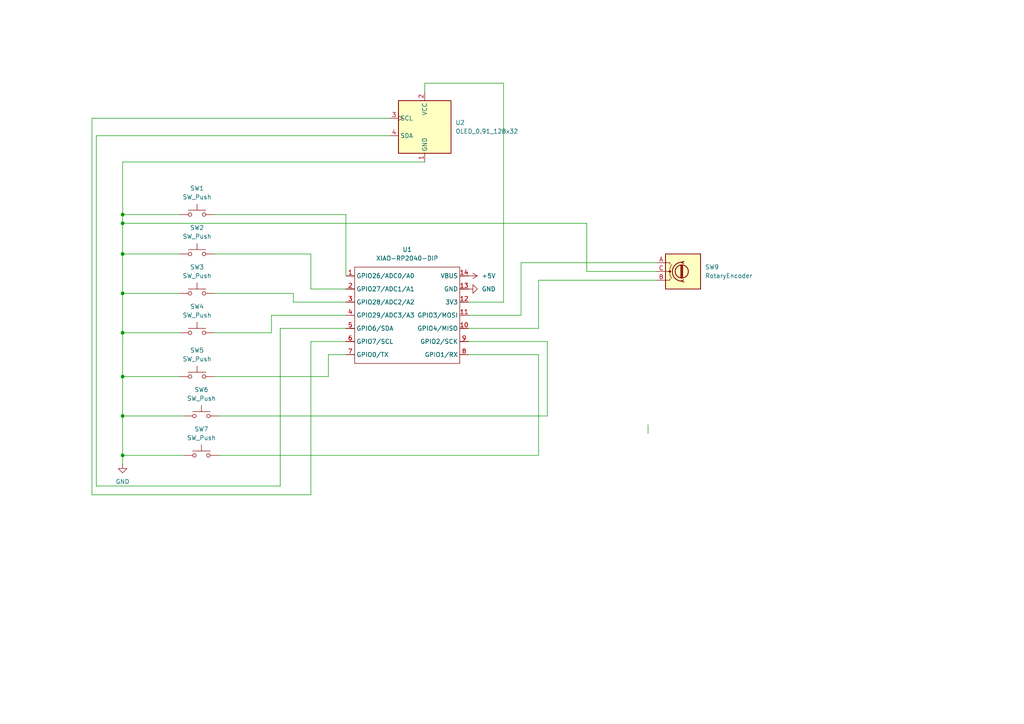
<source format=kicad_sch>
(kicad_sch
	(version 20250114)
	(generator "eeschema")
	(generator_version "9.0")
	(uuid "98633dd9-321c-4385-af88-f5a7c31693f7")
	(paper "A4")
	(lib_symbols
		(symbol "Device:RotaryEncoder"
			(pin_names
				(offset 0.254)
				(hide yes)
			)
			(exclude_from_sim no)
			(in_bom yes)
			(on_board yes)
			(property "Reference" "SW"
				(at 0 6.604 0)
				(effects
					(font
						(size 1.27 1.27)
					)
				)
			)
			(property "Value" "RotaryEncoder"
				(at 0 -6.604 0)
				(effects
					(font
						(size 1.27 1.27)
					)
				)
			)
			(property "Footprint" ""
				(at -3.81 4.064 0)
				(effects
					(font
						(size 1.27 1.27)
					)
					(hide yes)
				)
			)
			(property "Datasheet" "~"
				(at 0 6.604 0)
				(effects
					(font
						(size 1.27 1.27)
					)
					(hide yes)
				)
			)
			(property "Description" "Rotary encoder, dual channel, incremental quadrate outputs"
				(at 0 0 0)
				(effects
					(font
						(size 1.27 1.27)
					)
					(hide yes)
				)
			)
			(property "ki_keywords" "rotary switch encoder"
				(at 0 0 0)
				(effects
					(font
						(size 1.27 1.27)
					)
					(hide yes)
				)
			)
			(property "ki_fp_filters" "RotaryEncoder*"
				(at 0 0 0)
				(effects
					(font
						(size 1.27 1.27)
					)
					(hide yes)
				)
			)
			(symbol "RotaryEncoder_0_1"
				(rectangle
					(start -5.08 5.08)
					(end 5.08 -5.08)
					(stroke
						(width 0.254)
						(type default)
					)
					(fill
						(type background)
					)
				)
				(polyline
					(pts
						(xy -5.08 2.54) (xy -3.81 2.54) (xy -3.81 2.032)
					)
					(stroke
						(width 0)
						(type default)
					)
					(fill
						(type none)
					)
				)
				(polyline
					(pts
						(xy -5.08 0) (xy -3.81 0) (xy -3.81 -1.016) (xy -3.302 -2.032)
					)
					(stroke
						(width 0)
						(type default)
					)
					(fill
						(type none)
					)
				)
				(polyline
					(pts
						(xy -5.08 -2.54) (xy -3.81 -2.54) (xy -3.81 -2.032)
					)
					(stroke
						(width 0)
						(type default)
					)
					(fill
						(type none)
					)
				)
				(polyline
					(pts
						(xy -4.318 0) (xy -3.81 0) (xy -3.81 1.016) (xy -3.302 2.032)
					)
					(stroke
						(width 0)
						(type default)
					)
					(fill
						(type none)
					)
				)
				(circle
					(center -3.81 0)
					(radius 0.254)
					(stroke
						(width 0)
						(type default)
					)
					(fill
						(type outline)
					)
				)
				(polyline
					(pts
						(xy -0.635 -1.778) (xy -0.635 1.778)
					)
					(stroke
						(width 0.254)
						(type default)
					)
					(fill
						(type none)
					)
				)
				(circle
					(center -0.381 0)
					(radius 1.905)
					(stroke
						(width 0.254)
						(type default)
					)
					(fill
						(type none)
					)
				)
				(polyline
					(pts
						(xy -0.381 -1.778) (xy -0.381 1.778)
					)
					(stroke
						(width 0.254)
						(type default)
					)
					(fill
						(type none)
					)
				)
				(arc
					(start -0.381 -2.794)
					(mid -3.0988 -0.0635)
					(end -0.381 2.667)
					(stroke
						(width 0.254)
						(type default)
					)
					(fill
						(type none)
					)
				)
				(polyline
					(pts
						(xy -0.127 1.778) (xy -0.127 -1.778)
					)
					(stroke
						(width 0.254)
						(type default)
					)
					(fill
						(type none)
					)
				)
				(polyline
					(pts
						(xy 0.254 2.921) (xy -0.508 2.667) (xy 0.127 2.286)
					)
					(stroke
						(width 0.254)
						(type default)
					)
					(fill
						(type none)
					)
				)
				(polyline
					(pts
						(xy 0.254 -3.048) (xy -0.508 -2.794) (xy 0.127 -2.413)
					)
					(stroke
						(width 0.254)
						(type default)
					)
					(fill
						(type none)
					)
				)
			)
			(symbol "RotaryEncoder_1_1"
				(pin passive line
					(at -7.62 2.54 0)
					(length 2.54)
					(name "A"
						(effects
							(font
								(size 1.27 1.27)
							)
						)
					)
					(number "A"
						(effects
							(font
								(size 1.27 1.27)
							)
						)
					)
				)
				(pin passive line
					(at -7.62 0 0)
					(length 2.54)
					(name "C"
						(effects
							(font
								(size 1.27 1.27)
							)
						)
					)
					(number "C"
						(effects
							(font
								(size 1.27 1.27)
							)
						)
					)
				)
				(pin passive line
					(at -7.62 -2.54 0)
					(length 2.54)
					(name "B"
						(effects
							(font
								(size 1.27 1.27)
							)
						)
					)
					(number "B"
						(effects
							(font
								(size 1.27 1.27)
							)
						)
					)
				)
			)
			(embedded_fonts no)
		)
		(symbol "HackClub LIB:OLED_0.91_128x32"
			(exclude_from_sim no)
			(in_bom yes)
			(on_board yes)
			(property "Reference" "U"
				(at 0 0 0)
				(effects
					(font
						(size 1.27 1.27)
					)
				)
			)
			(property "Value" "OLED_0.91_128x32"
				(at 14.224 -10.668 0)
				(effects
					(font
						(size 1.27 1.27)
					)
				)
			)
			(property "Footprint" "Hackclub Footprints:OLED_0.91_128x32"
				(at 18.034 -12.7 0)
				(effects
					(font
						(size 1.27 1.27)
					)
					(hide yes)
				)
			)
			(property "Datasheet" "https://www.buydisplay.com/download/manual/ER-OLEDM0.91-1_Datasheet.pdf"
				(at 42.672 -14.732 0)
				(effects
					(font
						(size 1.27 1.27)
					)
					(hide yes)
				)
			)
			(property "Description" "SSD1306 OLED module, 0.91 inch, 128x32, I2C"
				(at 26.67 -16.764 0)
				(effects
					(font
						(size 1.27 1.27)
					)
					(hide yes)
				)
			)
			(property "ki_keywords" "EastRising"
				(at 0 0 0)
				(effects
					(font
						(size 1.27 1.27)
					)
					(hide yes)
				)
			)
			(property "ki_fp_filters" "ER?OLEDM0.91?1x?I2C*"
				(at 0 0 0)
				(effects
					(font
						(size 1.27 1.27)
					)
					(hide yes)
				)
			)
			(symbol "OLED_0.91_128x32_1_1"
				(rectangle
					(start -7.62 7.62)
					(end 7.62 -7.62)
					(stroke
						(width 0.254)
						(type solid)
					)
					(fill
						(type background)
					)
				)
				(pin input clock
					(at -10.16 2.54 0)
					(length 2.54)
					(name "SCL"
						(effects
							(font
								(size 1.27 1.27)
							)
						)
					)
					(number "3"
						(effects
							(font
								(size 1.27 1.27)
							)
						)
					)
				)
				(pin bidirectional line
					(at -10.16 -2.54 0)
					(length 2.54)
					(name "SDA"
						(effects
							(font
								(size 1.27 1.27)
							)
						)
					)
					(number "4"
						(effects
							(font
								(size 1.27 1.27)
							)
						)
					)
				)
				(pin power_in line
					(at 0 10.16 270)
					(length 2.54)
					(name "VCC"
						(effects
							(font
								(size 1.27 1.27)
							)
						)
					)
					(number "2"
						(effects
							(font
								(size 1.27 1.27)
							)
						)
					)
				)
				(pin power_in line
					(at 0 -10.16 90)
					(length 2.54)
					(name "GND"
						(effects
							(font
								(size 1.27 1.27)
							)
						)
					)
					(number "1"
						(effects
							(font
								(size 1.27 1.27)
							)
						)
					)
				)
			)
			(embedded_fonts no)
		)
		(symbol "OPL Library:XIAO-RP2040-DIP"
			(exclude_from_sim no)
			(in_bom yes)
			(on_board yes)
			(property "Reference" "U"
				(at 0 0 0)
				(effects
					(font
						(size 1.27 1.27)
					)
				)
			)
			(property "Value" "XIAO-RP2040-DIP"
				(at 5.334 -1.778 0)
				(effects
					(font
						(size 1.27 1.27)
					)
				)
			)
			(property "Footprint" "Module:MOUDLE14P-XIAO-DIP-SMD"
				(at 14.478 -32.258 0)
				(effects
					(font
						(size 1.27 1.27)
					)
					(hide yes)
				)
			)
			(property "Datasheet" ""
				(at 0 0 0)
				(effects
					(font
						(size 1.27 1.27)
					)
					(hide yes)
				)
			)
			(property "Description" ""
				(at 0 0 0)
				(effects
					(font
						(size 1.27 1.27)
					)
					(hide yes)
				)
			)
			(symbol "XIAO-RP2040-DIP_1_0"
				(polyline
					(pts
						(xy -1.27 -2.54) (xy 29.21 -2.54)
					)
					(stroke
						(width 0.1524)
						(type solid)
					)
					(fill
						(type none)
					)
				)
				(polyline
					(pts
						(xy -1.27 -5.08) (xy -2.54 -5.08)
					)
					(stroke
						(width 0.1524)
						(type solid)
					)
					(fill
						(type none)
					)
				)
				(polyline
					(pts
						(xy -1.27 -5.08) (xy -1.27 -2.54)
					)
					(stroke
						(width 0.1524)
						(type solid)
					)
					(fill
						(type none)
					)
				)
				(polyline
					(pts
						(xy -1.27 -8.89) (xy -2.54 -8.89)
					)
					(stroke
						(width 0.1524)
						(type solid)
					)
					(fill
						(type none)
					)
				)
				(polyline
					(pts
						(xy -1.27 -8.89) (xy -1.27 -5.08)
					)
					(stroke
						(width 0.1524)
						(type solid)
					)
					(fill
						(type none)
					)
				)
				(polyline
					(pts
						(xy -1.27 -12.7) (xy -2.54 -12.7)
					)
					(stroke
						(width 0.1524)
						(type solid)
					)
					(fill
						(type none)
					)
				)
				(polyline
					(pts
						(xy -1.27 -12.7) (xy -1.27 -8.89)
					)
					(stroke
						(width 0.1524)
						(type solid)
					)
					(fill
						(type none)
					)
				)
				(polyline
					(pts
						(xy -1.27 -16.51) (xy -2.54 -16.51)
					)
					(stroke
						(width 0.1524)
						(type solid)
					)
					(fill
						(type none)
					)
				)
				(polyline
					(pts
						(xy -1.27 -16.51) (xy -1.27 -12.7)
					)
					(stroke
						(width 0.1524)
						(type solid)
					)
					(fill
						(type none)
					)
				)
				(polyline
					(pts
						(xy -1.27 -20.32) (xy -2.54 -20.32)
					)
					(stroke
						(width 0.1524)
						(type solid)
					)
					(fill
						(type none)
					)
				)
				(polyline
					(pts
						(xy -1.27 -24.13) (xy -2.54 -24.13)
					)
					(stroke
						(width 0.1524)
						(type solid)
					)
					(fill
						(type none)
					)
				)
				(polyline
					(pts
						(xy -1.27 -27.94) (xy -2.54 -27.94)
					)
					(stroke
						(width 0.1524)
						(type solid)
					)
					(fill
						(type none)
					)
				)
				(polyline
					(pts
						(xy -1.27 -30.48) (xy -1.27 -16.51)
					)
					(stroke
						(width 0.1524)
						(type solid)
					)
					(fill
						(type none)
					)
				)
				(polyline
					(pts
						(xy 29.21 -2.54) (xy 29.21 -5.08)
					)
					(stroke
						(width 0.1524)
						(type solid)
					)
					(fill
						(type none)
					)
				)
				(polyline
					(pts
						(xy 29.21 -5.08) (xy 29.21 -8.89)
					)
					(stroke
						(width 0.1524)
						(type solid)
					)
					(fill
						(type none)
					)
				)
				(polyline
					(pts
						(xy 29.21 -8.89) (xy 29.21 -12.7)
					)
					(stroke
						(width 0.1524)
						(type solid)
					)
					(fill
						(type none)
					)
				)
				(polyline
					(pts
						(xy 29.21 -12.7) (xy 29.21 -30.48)
					)
					(stroke
						(width 0.1524)
						(type solid)
					)
					(fill
						(type none)
					)
				)
				(polyline
					(pts
						(xy 29.21 -30.48) (xy -1.27 -30.48)
					)
					(stroke
						(width 0.1524)
						(type solid)
					)
					(fill
						(type none)
					)
				)
				(polyline
					(pts
						(xy 30.48 -5.08) (xy 29.21 -5.08)
					)
					(stroke
						(width 0.1524)
						(type solid)
					)
					(fill
						(type none)
					)
				)
				(polyline
					(pts
						(xy 30.48 -8.89) (xy 29.21 -8.89)
					)
					(stroke
						(width 0.1524)
						(type solid)
					)
					(fill
						(type none)
					)
				)
				(polyline
					(pts
						(xy 30.48 -12.7) (xy 29.21 -12.7)
					)
					(stroke
						(width 0.1524)
						(type solid)
					)
					(fill
						(type none)
					)
				)
				(polyline
					(pts
						(xy 30.48 -16.51) (xy 29.21 -16.51)
					)
					(stroke
						(width 0.1524)
						(type solid)
					)
					(fill
						(type none)
					)
				)
				(polyline
					(pts
						(xy 30.48 -20.32) (xy 29.21 -20.32)
					)
					(stroke
						(width 0.1524)
						(type solid)
					)
					(fill
						(type none)
					)
				)
				(polyline
					(pts
						(xy 30.48 -24.13) (xy 29.21 -24.13)
					)
					(stroke
						(width 0.1524)
						(type solid)
					)
					(fill
						(type none)
					)
				)
				(polyline
					(pts
						(xy 30.48 -27.94) (xy 29.21 -27.94)
					)
					(stroke
						(width 0.1524)
						(type solid)
					)
					(fill
						(type none)
					)
				)
				(pin passive line
					(at -3.81 -5.08 0)
					(length 2.54)
					(name "GPIO26/ADC0/A0"
						(effects
							(font
								(size 1.27 1.27)
							)
						)
					)
					(number "1"
						(effects
							(font
								(size 1.27 1.27)
							)
						)
					)
				)
				(pin passive line
					(at -3.81 -8.89 0)
					(length 2.54)
					(name "GPIO27/ADC1/A1"
						(effects
							(font
								(size 1.27 1.27)
							)
						)
					)
					(number "2"
						(effects
							(font
								(size 1.27 1.27)
							)
						)
					)
				)
				(pin passive line
					(at -3.81 -12.7 0)
					(length 2.54)
					(name "GPIO28/ADC2/A2"
						(effects
							(font
								(size 1.27 1.27)
							)
						)
					)
					(number "3"
						(effects
							(font
								(size 1.27 1.27)
							)
						)
					)
				)
				(pin passive line
					(at -3.81 -16.51 0)
					(length 2.54)
					(name "GPIO29/ADC3/A3"
						(effects
							(font
								(size 1.27 1.27)
							)
						)
					)
					(number "4"
						(effects
							(font
								(size 1.27 1.27)
							)
						)
					)
				)
				(pin passive line
					(at -3.81 -20.32 0)
					(length 2.54)
					(name "GPIO6/SDA"
						(effects
							(font
								(size 1.27 1.27)
							)
						)
					)
					(number "5"
						(effects
							(font
								(size 1.27 1.27)
							)
						)
					)
				)
				(pin passive line
					(at -3.81 -24.13 0)
					(length 2.54)
					(name "GPIO7/SCL"
						(effects
							(font
								(size 1.27 1.27)
							)
						)
					)
					(number "6"
						(effects
							(font
								(size 1.27 1.27)
							)
						)
					)
				)
				(pin passive line
					(at -3.81 -27.94 0)
					(length 2.54)
					(name "GPIO0/TX"
						(effects
							(font
								(size 1.27 1.27)
							)
						)
					)
					(number "7"
						(effects
							(font
								(size 1.27 1.27)
							)
						)
					)
				)
				(pin passive line
					(at 31.75 -5.08 180)
					(length 2.54)
					(name "VBUS"
						(effects
							(font
								(size 1.27 1.27)
							)
						)
					)
					(number "14"
						(effects
							(font
								(size 1.27 1.27)
							)
						)
					)
				)
				(pin passive line
					(at 31.75 -8.89 180)
					(length 2.54)
					(name "GND"
						(effects
							(font
								(size 1.27 1.27)
							)
						)
					)
					(number "13"
						(effects
							(font
								(size 1.27 1.27)
							)
						)
					)
				)
				(pin passive line
					(at 31.75 -12.7 180)
					(length 2.54)
					(name "3V3"
						(effects
							(font
								(size 1.27 1.27)
							)
						)
					)
					(number "12"
						(effects
							(font
								(size 1.27 1.27)
							)
						)
					)
				)
				(pin passive line
					(at 31.75 -16.51 180)
					(length 2.54)
					(name "GPIO3/MOSI"
						(effects
							(font
								(size 1.27 1.27)
							)
						)
					)
					(number "11"
						(effects
							(font
								(size 1.27 1.27)
							)
						)
					)
				)
				(pin passive line
					(at 31.75 -20.32 180)
					(length 2.54)
					(name "GPIO4/MISO"
						(effects
							(font
								(size 1.27 1.27)
							)
						)
					)
					(number "10"
						(effects
							(font
								(size 1.27 1.27)
							)
						)
					)
				)
				(pin passive line
					(at 31.75 -24.13 180)
					(length 2.54)
					(name "GPIO2/SCK"
						(effects
							(font
								(size 1.27 1.27)
							)
						)
					)
					(number "9"
						(effects
							(font
								(size 1.27 1.27)
							)
						)
					)
				)
				(pin passive line
					(at 31.75 -27.94 180)
					(length 2.54)
					(name "GPIO1/RX"
						(effects
							(font
								(size 1.27 1.27)
							)
						)
					)
					(number "8"
						(effects
							(font
								(size 1.27 1.27)
							)
						)
					)
				)
			)
			(embedded_fonts no)
		)
		(symbol "Switch:SW_Push"
			(pin_numbers
				(hide yes)
			)
			(pin_names
				(offset 1.016)
				(hide yes)
			)
			(exclude_from_sim no)
			(in_bom yes)
			(on_board yes)
			(property "Reference" "SW"
				(at 1.27 2.54 0)
				(effects
					(font
						(size 1.27 1.27)
					)
					(justify left)
				)
			)
			(property "Value" "SW_Push"
				(at 0 -1.524 0)
				(effects
					(font
						(size 1.27 1.27)
					)
				)
			)
			(property "Footprint" ""
				(at 0 5.08 0)
				(effects
					(font
						(size 1.27 1.27)
					)
					(hide yes)
				)
			)
			(property "Datasheet" "~"
				(at 0 5.08 0)
				(effects
					(font
						(size 1.27 1.27)
					)
					(hide yes)
				)
			)
			(property "Description" "Push button switch, generic, two pins"
				(at 0 0 0)
				(effects
					(font
						(size 1.27 1.27)
					)
					(hide yes)
				)
			)
			(property "ki_keywords" "switch normally-open pushbutton push-button"
				(at 0 0 0)
				(effects
					(font
						(size 1.27 1.27)
					)
					(hide yes)
				)
			)
			(symbol "SW_Push_0_1"
				(circle
					(center -2.032 0)
					(radius 0.508)
					(stroke
						(width 0)
						(type default)
					)
					(fill
						(type none)
					)
				)
				(polyline
					(pts
						(xy 0 1.27) (xy 0 3.048)
					)
					(stroke
						(width 0)
						(type default)
					)
					(fill
						(type none)
					)
				)
				(circle
					(center 2.032 0)
					(radius 0.508)
					(stroke
						(width 0)
						(type default)
					)
					(fill
						(type none)
					)
				)
				(polyline
					(pts
						(xy 2.54 1.27) (xy -2.54 1.27)
					)
					(stroke
						(width 0)
						(type default)
					)
					(fill
						(type none)
					)
				)
				(pin passive line
					(at -5.08 0 0)
					(length 2.54)
					(name "1"
						(effects
							(font
								(size 1.27 1.27)
							)
						)
					)
					(number "1"
						(effects
							(font
								(size 1.27 1.27)
							)
						)
					)
				)
				(pin passive line
					(at 5.08 0 180)
					(length 2.54)
					(name "2"
						(effects
							(font
								(size 1.27 1.27)
							)
						)
					)
					(number "2"
						(effects
							(font
								(size 1.27 1.27)
							)
						)
					)
				)
			)
			(embedded_fonts no)
		)
		(symbol "power:+5V"
			(power)
			(pin_numbers
				(hide yes)
			)
			(pin_names
				(offset 0)
				(hide yes)
			)
			(exclude_from_sim no)
			(in_bom yes)
			(on_board yes)
			(property "Reference" "#PWR"
				(at 0 -3.81 0)
				(effects
					(font
						(size 1.27 1.27)
					)
					(hide yes)
				)
			)
			(property "Value" "+5V"
				(at 0 3.556 0)
				(effects
					(font
						(size 1.27 1.27)
					)
				)
			)
			(property "Footprint" ""
				(at 0 0 0)
				(effects
					(font
						(size 1.27 1.27)
					)
					(hide yes)
				)
			)
			(property "Datasheet" ""
				(at 0 0 0)
				(effects
					(font
						(size 1.27 1.27)
					)
					(hide yes)
				)
			)
			(property "Description" "Power symbol creates a global label with name \"+5V\""
				(at 0 0 0)
				(effects
					(font
						(size 1.27 1.27)
					)
					(hide yes)
				)
			)
			(property "ki_keywords" "global power"
				(at 0 0 0)
				(effects
					(font
						(size 1.27 1.27)
					)
					(hide yes)
				)
			)
			(symbol "+5V_0_1"
				(polyline
					(pts
						(xy -0.762 1.27) (xy 0 2.54)
					)
					(stroke
						(width 0)
						(type default)
					)
					(fill
						(type none)
					)
				)
				(polyline
					(pts
						(xy 0 2.54) (xy 0.762 1.27)
					)
					(stroke
						(width 0)
						(type default)
					)
					(fill
						(type none)
					)
				)
				(polyline
					(pts
						(xy 0 0) (xy 0 2.54)
					)
					(stroke
						(width 0)
						(type default)
					)
					(fill
						(type none)
					)
				)
			)
			(symbol "+5V_1_1"
				(pin power_in line
					(at 0 0 90)
					(length 0)
					(name "~"
						(effects
							(font
								(size 1.27 1.27)
							)
						)
					)
					(number "1"
						(effects
							(font
								(size 1.27 1.27)
							)
						)
					)
				)
			)
			(embedded_fonts no)
		)
		(symbol "power:GND"
			(power)
			(pin_numbers
				(hide yes)
			)
			(pin_names
				(offset 0)
				(hide yes)
			)
			(exclude_from_sim no)
			(in_bom yes)
			(on_board yes)
			(property "Reference" "#PWR"
				(at 0 -6.35 0)
				(effects
					(font
						(size 1.27 1.27)
					)
					(hide yes)
				)
			)
			(property "Value" "GND"
				(at 0 -3.81 0)
				(effects
					(font
						(size 1.27 1.27)
					)
				)
			)
			(property "Footprint" ""
				(at 0 0 0)
				(effects
					(font
						(size 1.27 1.27)
					)
					(hide yes)
				)
			)
			(property "Datasheet" ""
				(at 0 0 0)
				(effects
					(font
						(size 1.27 1.27)
					)
					(hide yes)
				)
			)
			(property "Description" "Power symbol creates a global label with name \"GND\" , ground"
				(at 0 0 0)
				(effects
					(font
						(size 1.27 1.27)
					)
					(hide yes)
				)
			)
			(property "ki_keywords" "global power"
				(at 0 0 0)
				(effects
					(font
						(size 1.27 1.27)
					)
					(hide yes)
				)
			)
			(symbol "GND_0_1"
				(polyline
					(pts
						(xy 0 0) (xy 0 -1.27) (xy 1.27 -1.27) (xy 0 -2.54) (xy -1.27 -1.27) (xy 0 -1.27)
					)
					(stroke
						(width 0)
						(type default)
					)
					(fill
						(type none)
					)
				)
			)
			(symbol "GND_1_1"
				(pin power_in line
					(at 0 0 270)
					(length 0)
					(name "~"
						(effects
							(font
								(size 1.27 1.27)
							)
						)
					)
					(number "1"
						(effects
							(font
								(size 1.27 1.27)
							)
						)
					)
				)
			)
			(embedded_fonts no)
		)
	)
	(junction
		(at 35.56 64.77)
		(diameter 0)
		(color 0 0 0 0)
		(uuid "3daeb770-fede-4823-a1b3-e4af62bcdd98")
	)
	(junction
		(at 35.56 73.66)
		(diameter 0)
		(color 0 0 0 0)
		(uuid "527a9c92-359b-499c-944a-8cdd91f40122")
	)
	(junction
		(at 35.56 62.23)
		(diameter 0)
		(color 0 0 0 0)
		(uuid "7df56fdf-397b-4c32-be64-4db6bf4b0b2e")
	)
	(junction
		(at 35.56 85.09)
		(diameter 0)
		(color 0 0 0 0)
		(uuid "8649f028-d604-454a-9d2b-e966c11e5c42")
	)
	(junction
		(at 35.56 109.22)
		(diameter 0)
		(color 0 0 0 0)
		(uuid "86968f04-3f9f-4478-8034-02663bf06263")
	)
	(junction
		(at 35.56 96.52)
		(diameter 0)
		(color 0 0 0 0)
		(uuid "cdc40489-0fbc-4319-96a9-1238e5184075")
	)
	(junction
		(at 35.56 120.65)
		(diameter 0)
		(color 0 0 0 0)
		(uuid "cdd80f49-4645-4788-9337-54a6b371e93e")
	)
	(junction
		(at 35.56 132.08)
		(diameter 0)
		(color 0 0 0 0)
		(uuid "f3a031b2-f8a8-4c92-b30e-9992ebfbe1cf")
	)
	(wire
		(pts
			(xy 63.5 132.08) (xy 156.21 132.08)
		)
		(stroke
			(width 0)
			(type default)
		)
		(uuid "034638d2-3daf-4eb5-88c8-f2dd8b5dec65")
	)
	(wire
		(pts
			(xy 90.17 83.82) (xy 100.33 83.82)
		)
		(stroke
			(width 0)
			(type default)
		)
		(uuid "04da4ad4-8b43-4b23-992b-aaa8b82c594e")
	)
	(wire
		(pts
			(xy 35.56 85.09) (xy 35.56 96.52)
		)
		(stroke
			(width 0)
			(type default)
		)
		(uuid "07689dcc-d7df-4b27-ac6f-fe3cbb11935f")
	)
	(wire
		(pts
			(xy 35.56 64.77) (xy 35.56 73.66)
		)
		(stroke
			(width 0)
			(type default)
		)
		(uuid "0a0b5ac4-c275-4650-a02f-fb7aaebeadb7")
	)
	(wire
		(pts
			(xy 35.56 96.52) (xy 35.56 109.22)
		)
		(stroke
			(width 0)
			(type default)
		)
		(uuid "0a70f3f9-38db-4886-bc61-0c68d9911160")
	)
	(wire
		(pts
			(xy 123.19 46.99) (xy 35.56 46.99)
		)
		(stroke
			(width 0)
			(type default)
		)
		(uuid "13009f73-a890-472f-bc72-e8859ff04d0c")
	)
	(wire
		(pts
			(xy 156.21 102.87) (xy 135.89 102.87)
		)
		(stroke
			(width 0)
			(type default)
		)
		(uuid "14d4e8c4-2289-4ac1-94c3-2376b03c6a54")
	)
	(wire
		(pts
			(xy 135.89 87.63) (xy 146.05 87.63)
		)
		(stroke
			(width 0)
			(type default)
		)
		(uuid "16ba0867-308c-424b-a494-8c9462103c78")
	)
	(wire
		(pts
			(xy 170.18 78.74) (xy 170.18 64.77)
		)
		(stroke
			(width 0)
			(type default)
		)
		(uuid "2055ee8b-488a-4a30-9e74-ca6918ce3879")
	)
	(wire
		(pts
			(xy 27.94 140.97) (xy 27.94 39.37)
		)
		(stroke
			(width 0)
			(type default)
		)
		(uuid "276814b2-1bf2-4b27-b949-eed1e94ee74c")
	)
	(wire
		(pts
			(xy 151.13 76.2) (xy 151.13 91.44)
		)
		(stroke
			(width 0)
			(type default)
		)
		(uuid "29272609-9dc9-414f-84e0-a8e74a6e5b89")
	)
	(wire
		(pts
			(xy 158.75 120.65) (xy 158.75 99.06)
		)
		(stroke
			(width 0)
			(type default)
		)
		(uuid "2b90c25b-9bab-41a4-a2c3-7903cea96827")
	)
	(wire
		(pts
			(xy 156.21 81.28) (xy 190.5 81.28)
		)
		(stroke
			(width 0)
			(type default)
		)
		(uuid "3382447e-f452-4576-aab4-ff8eac4819a8")
	)
	(wire
		(pts
			(xy 35.56 109.22) (xy 52.07 109.22)
		)
		(stroke
			(width 0)
			(type default)
		)
		(uuid "34494df4-ba99-419b-b266-93715a5dde8d")
	)
	(wire
		(pts
			(xy 123.19 24.13) (xy 123.19 26.67)
		)
		(stroke
			(width 0)
			(type default)
		)
		(uuid "354be6c0-b334-4163-ad4e-1a4ee7bf5422")
	)
	(wire
		(pts
			(xy 78.74 91.44) (xy 100.33 91.44)
		)
		(stroke
			(width 0)
			(type default)
		)
		(uuid "35c06183-f917-4fa6-806d-d589aae6a50a")
	)
	(wire
		(pts
			(xy 90.17 143.51) (xy 90.17 99.06)
		)
		(stroke
			(width 0)
			(type default)
		)
		(uuid "390ce3ab-d7ce-4c32-88bf-b5ab70cf6f91")
	)
	(wire
		(pts
			(xy 156.21 132.08) (xy 156.21 102.87)
		)
		(stroke
			(width 0)
			(type default)
		)
		(uuid "3e71e186-a3e2-4e95-8b02-911ce879f4f8")
	)
	(wire
		(pts
			(xy 81.28 95.25) (xy 81.28 140.97)
		)
		(stroke
			(width 0)
			(type default)
		)
		(uuid "41a2c195-776e-4b8c-be6b-cca6abab1daf")
	)
	(wire
		(pts
			(xy 90.17 73.66) (xy 90.17 83.82)
		)
		(stroke
			(width 0)
			(type default)
		)
		(uuid "41e3f5d5-0428-4136-9938-558323757ed1")
	)
	(wire
		(pts
			(xy 85.09 87.63) (xy 100.33 87.63)
		)
		(stroke
			(width 0)
			(type default)
		)
		(uuid "41f98ddb-1c5c-4e9e-acfa-f12f3c1160b5")
	)
	(wire
		(pts
			(xy 35.56 132.08) (xy 53.34 132.08)
		)
		(stroke
			(width 0)
			(type default)
		)
		(uuid "4472803e-c887-4375-96df-564e61dbaf6b")
	)
	(wire
		(pts
			(xy 63.5 120.65) (xy 158.75 120.65)
		)
		(stroke
			(width 0)
			(type default)
		)
		(uuid "4b2cfa38-ac2e-4fdb-8ca8-20b04289f010")
	)
	(wire
		(pts
			(xy 35.56 73.66) (xy 35.56 85.09)
		)
		(stroke
			(width 0)
			(type default)
		)
		(uuid "4dac884f-8b65-4a2b-93b7-e8a52966ce9f")
	)
	(wire
		(pts
			(xy 35.56 46.99) (xy 35.56 62.23)
		)
		(stroke
			(width 0)
			(type default)
		)
		(uuid "52b4135a-408a-46ed-8850-d1018ebbe734")
	)
	(wire
		(pts
			(xy 95.25 109.22) (xy 95.25 102.87)
		)
		(stroke
			(width 0)
			(type default)
		)
		(uuid "58ca1700-1195-4d44-9a0f-d0304987de03")
	)
	(wire
		(pts
			(xy 113.03 34.29) (xy 26.67 34.29)
		)
		(stroke
			(width 0)
			(type default)
		)
		(uuid "5d481724-0c7c-43ad-bae5-0e6563c9beab")
	)
	(wire
		(pts
			(xy 62.23 96.52) (xy 78.74 96.52)
		)
		(stroke
			(width 0)
			(type default)
		)
		(uuid "5f50ac99-58a9-4064-b840-74a5b2b0feee")
	)
	(wire
		(pts
			(xy 26.67 143.51) (xy 90.17 143.51)
		)
		(stroke
			(width 0)
			(type default)
		)
		(uuid "60587784-baa5-486f-8b26-a4f61b6246a0")
	)
	(wire
		(pts
			(xy 158.75 99.06) (xy 135.89 99.06)
		)
		(stroke
			(width 0)
			(type default)
		)
		(uuid "6677b804-889a-4334-b76f-174105ecf1f9")
	)
	(wire
		(pts
			(xy 156.21 95.25) (xy 135.89 95.25)
		)
		(stroke
			(width 0)
			(type default)
		)
		(uuid "693a4bf1-07f1-4d20-b8fa-7d5ee31b6809")
	)
	(wire
		(pts
			(xy 35.56 109.22) (xy 35.56 120.65)
		)
		(stroke
			(width 0)
			(type default)
		)
		(uuid "6f923645-8d17-4fe4-b470-1dbf8b390326")
	)
	(wire
		(pts
			(xy 170.18 78.74) (xy 190.5 78.74)
		)
		(stroke
			(width 0)
			(type default)
		)
		(uuid "75c471c9-7d3f-413a-89f6-e1df4d9a4f4c")
	)
	(wire
		(pts
			(xy 26.67 34.29) (xy 26.67 143.51)
		)
		(stroke
			(width 0)
			(type default)
		)
		(uuid "7e88e790-1aa2-4055-8368-6b5936ace0d1")
	)
	(wire
		(pts
			(xy 62.23 62.23) (xy 100.33 62.23)
		)
		(stroke
			(width 0)
			(type default)
		)
		(uuid "8d9dd683-c1f1-4184-8749-41c81ea4e816")
	)
	(wire
		(pts
			(xy 95.25 102.87) (xy 100.33 102.87)
		)
		(stroke
			(width 0)
			(type default)
		)
		(uuid "917a62ed-b466-4ac1-b21c-c1a9c49ff380")
	)
	(wire
		(pts
			(xy 35.56 85.09) (xy 52.07 85.09)
		)
		(stroke
			(width 0)
			(type default)
		)
		(uuid "9529e361-a8ab-4940-be6d-8821d64dcabc")
	)
	(wire
		(pts
			(xy 146.05 87.63) (xy 146.05 24.13)
		)
		(stroke
			(width 0)
			(type default)
		)
		(uuid "9b83c7f9-70e2-4ab0-9de9-1ff078ca1013")
	)
	(wire
		(pts
			(xy 62.23 73.66) (xy 90.17 73.66)
		)
		(stroke
			(width 0)
			(type default)
		)
		(uuid "9dc2641f-9476-4139-8959-ac5c7a2e1b69")
	)
	(wire
		(pts
			(xy 62.23 109.22) (xy 95.25 109.22)
		)
		(stroke
			(width 0)
			(type default)
		)
		(uuid "a7455d39-7e31-47a4-b25b-278724f3f72d")
	)
	(wire
		(pts
			(xy 35.56 73.66) (xy 52.07 73.66)
		)
		(stroke
			(width 0)
			(type default)
		)
		(uuid "a7599b4e-b01a-4904-a2d2-f2e7fa015c3b")
	)
	(wire
		(pts
			(xy 81.28 140.97) (xy 27.94 140.97)
		)
		(stroke
			(width 0)
			(type default)
		)
		(uuid "a83fb457-7f7b-46d1-beb5-8dbb03446973")
	)
	(wire
		(pts
			(xy 35.56 64.77) (xy 170.18 64.77)
		)
		(stroke
			(width 0)
			(type default)
		)
		(uuid "a98b6d53-0ef3-41ff-a929-042733c5c55d")
	)
	(wire
		(pts
			(xy 151.13 91.44) (xy 135.89 91.44)
		)
		(stroke
			(width 0)
			(type default)
		)
		(uuid "b4ab8429-a1de-40d2-b9f3-4164dfc70b0a")
	)
	(wire
		(pts
			(xy 35.56 96.52) (xy 52.07 96.52)
		)
		(stroke
			(width 0)
			(type default)
		)
		(uuid "b997b8fa-53fc-47a7-a27f-bfa71b8c255d")
	)
	(wire
		(pts
			(xy 146.05 24.13) (xy 123.19 24.13)
		)
		(stroke
			(width 0)
			(type default)
		)
		(uuid "babcb488-6c31-417e-9f88-ba468da8753b")
	)
	(wire
		(pts
			(xy 52.07 62.23) (xy 35.56 62.23)
		)
		(stroke
			(width 0)
			(type default)
		)
		(uuid "bde3773e-72f9-4d65-bd90-f05e40075cfc")
	)
	(wire
		(pts
			(xy 78.74 96.52) (xy 78.74 91.44)
		)
		(stroke
			(width 0)
			(type default)
		)
		(uuid "be6d1760-5732-46ee-b30e-4374a889c5cb")
	)
	(wire
		(pts
			(xy 100.33 95.25) (xy 81.28 95.25)
		)
		(stroke
			(width 0)
			(type default)
		)
		(uuid "c187182d-1a70-4793-93c2-5893626acc09")
	)
	(wire
		(pts
			(xy 85.09 85.09) (xy 85.09 87.63)
		)
		(stroke
			(width 0)
			(type default)
		)
		(uuid "c4484032-8cf2-46be-ae66-a1e3d7fb09b2")
	)
	(wire
		(pts
			(xy 187.96 123.19) (xy 187.96 125.73)
		)
		(stroke
			(width 0)
			(type default)
		)
		(uuid "c52440aa-6bb5-45c9-9cc5-7ede318f45d5")
	)
	(wire
		(pts
			(xy 62.23 85.09) (xy 85.09 85.09)
		)
		(stroke
			(width 0)
			(type default)
		)
		(uuid "d9a57596-b5c9-427e-aa81-71fabf1c5db6")
	)
	(wire
		(pts
			(xy 35.56 62.23) (xy 35.56 64.77)
		)
		(stroke
			(width 0)
			(type default)
		)
		(uuid "e9be3614-521c-457c-be5b-7cc60b498f46")
	)
	(wire
		(pts
			(xy 27.94 39.37) (xy 113.03 39.37)
		)
		(stroke
			(width 0)
			(type default)
		)
		(uuid "f25f42ec-cf39-4880-b5d8-bd6d77c22e1e")
	)
	(wire
		(pts
			(xy 156.21 81.28) (xy 156.21 95.25)
		)
		(stroke
			(width 0)
			(type default)
		)
		(uuid "f46e2e95-d9ad-4305-80ff-fdfc2a1c8776")
	)
	(wire
		(pts
			(xy 90.17 99.06) (xy 100.33 99.06)
		)
		(stroke
			(width 0)
			(type default)
		)
		(uuid "f4fea4d4-3105-4ddc-92f0-bac8e2bf0c2c")
	)
	(wire
		(pts
			(xy 35.56 120.65) (xy 53.34 120.65)
		)
		(stroke
			(width 0)
			(type default)
		)
		(uuid "f948a133-a7b4-499a-a52a-ee6fee559f4f")
	)
	(wire
		(pts
			(xy 35.56 132.08) (xy 35.56 134.62)
		)
		(stroke
			(width 0)
			(type default)
		)
		(uuid "faa196ab-0408-48d8-81e8-d2d43ca814a8")
	)
	(wire
		(pts
			(xy 35.56 120.65) (xy 35.56 132.08)
		)
		(stroke
			(width 0)
			(type default)
		)
		(uuid "fc37436e-1932-4e09-9b95-6066666ae8c3")
	)
	(wire
		(pts
			(xy 151.13 76.2) (xy 190.5 76.2)
		)
		(stroke
			(width 0)
			(type default)
		)
		(uuid "fe2eeb41-1db7-4018-8d0c-39238bfc1885")
	)
	(wire
		(pts
			(xy 100.33 62.23) (xy 100.33 80.01)
		)
		(stroke
			(width 0)
			(type default)
		)
		(uuid "fe69f0cc-ee5b-4c8f-b3cf-1d9d432293c7")
	)
	(symbol
		(lib_id "OPL Library:XIAO-RP2040-DIP")
		(at 104.14 74.93 0)
		(unit 1)
		(exclude_from_sim no)
		(in_bom yes)
		(on_board yes)
		(dnp no)
		(fields_autoplaced yes)
		(uuid "082e1599-b7ca-4550-beaf-200868a49e05")
		(property "Reference" "U1"
			(at 118.11 72.39 0)
			(effects
				(font
					(size 1.27 1.27)
				)
			)
		)
		(property "Value" "XIAO-RP2040-DIP"
			(at 118.11 74.93 0)
			(effects
				(font
					(size 1.27 1.27)
				)
			)
		)
		(property "Footprint" "OPL Lib:XIAO-RP2040-DIP"
			(at 118.618 107.188 0)
			(effects
				(font
					(size 1.27 1.27)
				)
				(hide yes)
			)
		)
		(property "Datasheet" ""
			(at 104.14 74.93 0)
			(effects
				(font
					(size 1.27 1.27)
				)
				(hide yes)
			)
		)
		(property "Description" ""
			(at 104.14 74.93 0)
			(effects
				(font
					(size 1.27 1.27)
				)
				(hide yes)
			)
		)
		(pin "5"
			(uuid "0d84716b-54b0-4eff-b927-0014f29298a0")
		)
		(pin "10"
			(uuid "c0dbcc54-5b34-41c4-a0bb-62c866e0c702")
		)
		(pin "8"
			(uuid "660d201d-c372-48fb-9182-b606fd4607b5")
		)
		(pin "14"
			(uuid "2fe37754-025a-440b-80b5-a97f9148ea10")
		)
		(pin "12"
			(uuid "9842d7fe-f5af-4bd2-8762-328e095b9384")
		)
		(pin "6"
			(uuid "b511495c-fddc-432f-b336-9f7d4b998577")
		)
		(pin "3"
			(uuid "58854396-41b5-4b2c-bf98-d9270ad62599")
		)
		(pin "4"
			(uuid "c12d9459-1509-45ff-814d-58709bce6c2f")
		)
		(pin "7"
			(uuid "6eda2da8-dba8-45d0-9cfa-af516ef2fc69")
		)
		(pin "9"
			(uuid "a20f9677-0b4b-422d-8160-d76995b8da83")
		)
		(pin "1"
			(uuid "89aec459-1287-4d7d-8bbe-cf063acb2b8a")
		)
		(pin "2"
			(uuid "a2f7f94c-e1f5-438a-8428-958edcde3bf0")
		)
		(pin "11"
			(uuid "dbf3daf9-f89d-44d4-abb9-851bc22102aa")
		)
		(pin "13"
			(uuid "d87eb0f9-2cb6-4948-b688-8ea0d8cd5c56")
		)
		(instances
			(project ""
				(path "/98633dd9-321c-4385-af88-f5a7c31693f7"
					(reference "U1")
					(unit 1)
				)
			)
		)
	)
	(symbol
		(lib_id "Switch:SW_Push")
		(at 57.15 109.22 0)
		(unit 1)
		(exclude_from_sim no)
		(in_bom yes)
		(on_board yes)
		(dnp no)
		(uuid "1bf29d93-f48a-4995-bd77-8ae90a6304bf")
		(property "Reference" "SW5"
			(at 57.15 101.6 0)
			(effects
				(font
					(size 1.27 1.27)
				)
			)
		)
		(property "Value" "SW_Push"
			(at 57.15 104.14 0)
			(effects
				(font
					(size 1.27 1.27)
				)
			)
		)
		(property "Footprint" "Button_Switch_Keyboard:SW_Cherry_MX_1.00u_PCB"
			(at 57.15 104.14 0)
			(effects
				(font
					(size 1.27 1.27)
				)
				(hide yes)
			)
		)
		(property "Datasheet" "~"
			(at 57.15 104.14 0)
			(effects
				(font
					(size 1.27 1.27)
				)
				(hide yes)
			)
		)
		(property "Description" "Push button switch, generic, two pins"
			(at 57.15 109.22 0)
			(effects
				(font
					(size 1.27 1.27)
				)
				(hide yes)
			)
		)
		(pin "1"
			(uuid "7e5a7d1d-d49a-4c99-9bea-6f0def3fabee")
		)
		(pin "2"
			(uuid "347c3ade-5267-41e8-9644-7386c0fe1870")
		)
		(instances
			(project ""
				(path "/98633dd9-321c-4385-af88-f5a7c31693f7"
					(reference "SW5")
					(unit 1)
				)
			)
		)
	)
	(symbol
		(lib_id "power:GND")
		(at 135.89 83.82 90)
		(unit 1)
		(exclude_from_sim no)
		(in_bom yes)
		(on_board yes)
		(dnp no)
		(fields_autoplaced yes)
		(uuid "1e032b03-cde0-49f4-badb-950dbc1f3e6d")
		(property "Reference" "#PWR02"
			(at 142.24 83.82 0)
			(effects
				(font
					(size 1.27 1.27)
				)
				(hide yes)
			)
		)
		(property "Value" "GND"
			(at 139.7 83.8199 90)
			(effects
				(font
					(size 1.27 1.27)
				)
				(justify right)
			)
		)
		(property "Footprint" ""
			(at 135.89 83.82 0)
			(effects
				(font
					(size 1.27 1.27)
				)
				(hide yes)
			)
		)
		(property "Datasheet" ""
			(at 135.89 83.82 0)
			(effects
				(font
					(size 1.27 1.27)
				)
				(hide yes)
			)
		)
		(property "Description" "Power symbol creates a global label with name \"GND\" , ground"
			(at 135.89 83.82 0)
			(effects
				(font
					(size 1.27 1.27)
				)
				(hide yes)
			)
		)
		(pin "1"
			(uuid "f5482148-9053-4b1a-bae5-91e77fdfec87")
		)
		(instances
			(project ""
				(path "/98633dd9-321c-4385-af88-f5a7c31693f7"
					(reference "#PWR02")
					(unit 1)
				)
			)
		)
	)
	(symbol
		(lib_id "Switch:SW_Push")
		(at 58.42 120.65 0)
		(unit 1)
		(exclude_from_sim no)
		(in_bom yes)
		(on_board yes)
		(dnp no)
		(fields_autoplaced yes)
		(uuid "4e3da740-333c-414d-9ba3-b7805099fa54")
		(property "Reference" "SW6"
			(at 58.42 113.03 0)
			(effects
				(font
					(size 1.27 1.27)
				)
			)
		)
		(property "Value" "SW_Push"
			(at 58.42 115.57 0)
			(effects
				(font
					(size 1.27 1.27)
				)
			)
		)
		(property "Footprint" "Button_Switch_Keyboard:SW_Cherry_MX_1.00u_PCB"
			(at 58.42 115.57 0)
			(effects
				(font
					(size 1.27 1.27)
				)
				(hide yes)
			)
		)
		(property "Datasheet" "~"
			(at 58.42 115.57 0)
			(effects
				(font
					(size 1.27 1.27)
				)
				(hide yes)
			)
		)
		(property "Description" "Push button switch, generic, two pins"
			(at 58.42 120.65 0)
			(effects
				(font
					(size 1.27 1.27)
				)
				(hide yes)
			)
		)
		(pin "1"
			(uuid "4008f9e1-b504-4684-affb-48db69892295")
		)
		(pin "2"
			(uuid "2c1df147-5a98-429e-9ad2-4534824edd63")
		)
		(instances
			(project "Hackpad"
				(path "/98633dd9-321c-4385-af88-f5a7c31693f7"
					(reference "SW6")
					(unit 1)
				)
			)
		)
	)
	(symbol
		(lib_id "Switch:SW_Push")
		(at 57.15 73.66 0)
		(unit 1)
		(exclude_from_sim no)
		(in_bom yes)
		(on_board yes)
		(dnp no)
		(fields_autoplaced yes)
		(uuid "54572439-117c-40bd-b1c7-cdf4eeb3e215")
		(property "Reference" "SW2"
			(at 57.15 66.04 0)
			(effects
				(font
					(size 1.27 1.27)
				)
			)
		)
		(property "Value" "SW_Push"
			(at 57.15 68.58 0)
			(effects
				(font
					(size 1.27 1.27)
				)
			)
		)
		(property "Footprint" "Button_Switch_Keyboard:SW_Cherry_MX_1.00u_PCB"
			(at 57.15 68.58 0)
			(effects
				(font
					(size 1.27 1.27)
				)
				(hide yes)
			)
		)
		(property "Datasheet" "~"
			(at 57.15 68.58 0)
			(effects
				(font
					(size 1.27 1.27)
				)
				(hide yes)
			)
		)
		(property "Description" "Push button switch, generic, two pins"
			(at 57.15 73.66 0)
			(effects
				(font
					(size 1.27 1.27)
				)
				(hide yes)
			)
		)
		(pin "1"
			(uuid "5b5595aa-eeb1-4a91-985e-28d94f92e0a5")
		)
		(pin "2"
			(uuid "e4730c47-8d13-46ca-b6f9-a5191c194e0e")
		)
		(instances
			(project "Hackpad"
				(path "/98633dd9-321c-4385-af88-f5a7c31693f7"
					(reference "SW2")
					(unit 1)
				)
			)
		)
	)
	(symbol
		(lib_id "Switch:SW_Push")
		(at 57.15 85.09 0)
		(unit 1)
		(exclude_from_sim no)
		(in_bom yes)
		(on_board yes)
		(dnp no)
		(fields_autoplaced yes)
		(uuid "5aa278e0-415f-4ed2-b7b0-413ca93e5a1c")
		(property "Reference" "SW3"
			(at 57.15 77.47 0)
			(effects
				(font
					(size 1.27 1.27)
				)
			)
		)
		(property "Value" "SW_Push"
			(at 57.15 80.01 0)
			(effects
				(font
					(size 1.27 1.27)
				)
			)
		)
		(property "Footprint" "Button_Switch_Keyboard:SW_Cherry_MX_1.00u_PCB"
			(at 57.15 80.01 0)
			(effects
				(font
					(size 1.27 1.27)
				)
				(hide yes)
			)
		)
		(property "Datasheet" "~"
			(at 57.15 80.01 0)
			(effects
				(font
					(size 1.27 1.27)
				)
				(hide yes)
			)
		)
		(property "Description" "Push button switch, generic, two pins"
			(at 57.15 85.09 0)
			(effects
				(font
					(size 1.27 1.27)
				)
				(hide yes)
			)
		)
		(pin "1"
			(uuid "f46bf273-91e9-449c-bc1c-8704acf83dc3")
		)
		(pin "2"
			(uuid "24235c7b-b27c-4d58-a6cd-05a064b48464")
		)
		(instances
			(project "Hackpad"
				(path "/98633dd9-321c-4385-af88-f5a7c31693f7"
					(reference "SW3")
					(unit 1)
				)
			)
		)
	)
	(symbol
		(lib_id "power:GND")
		(at 35.56 134.62 0)
		(unit 1)
		(exclude_from_sim no)
		(in_bom yes)
		(on_board yes)
		(dnp no)
		(fields_autoplaced yes)
		(uuid "969238d7-5191-4151-b9d8-bc60efa36047")
		(property "Reference" "#PWR04"
			(at 35.56 140.97 0)
			(effects
				(font
					(size 1.27 1.27)
				)
				(hide yes)
			)
		)
		(property "Value" "GND"
			(at 35.56 139.7 0)
			(effects
				(font
					(size 1.27 1.27)
				)
			)
		)
		(property "Footprint" ""
			(at 35.56 134.62 0)
			(effects
				(font
					(size 1.27 1.27)
				)
				(hide yes)
			)
		)
		(property "Datasheet" ""
			(at 35.56 134.62 0)
			(effects
				(font
					(size 1.27 1.27)
				)
				(hide yes)
			)
		)
		(property "Description" "Power symbol creates a global label with name \"GND\" , ground"
			(at 35.56 134.62 0)
			(effects
				(font
					(size 1.27 1.27)
				)
				(hide yes)
			)
		)
		(pin "1"
			(uuid "46eadeac-2393-43c0-ab89-b56f81948474")
		)
		(instances
			(project ""
				(path "/98633dd9-321c-4385-af88-f5a7c31693f7"
					(reference "#PWR04")
					(unit 1)
				)
			)
		)
	)
	(symbol
		(lib_id "power:+5V")
		(at 135.89 80.01 270)
		(unit 1)
		(exclude_from_sim no)
		(in_bom yes)
		(on_board yes)
		(dnp no)
		(fields_autoplaced yes)
		(uuid "99b6e3df-d0d0-40ea-a19d-a7051107b9ea")
		(property "Reference" "#PWR03"
			(at 132.08 80.01 0)
			(effects
				(font
					(size 1.27 1.27)
				)
				(hide yes)
			)
		)
		(property "Value" "+5V"
			(at 139.7 80.0099 90)
			(effects
				(font
					(size 1.27 1.27)
				)
				(justify left)
			)
		)
		(property "Footprint" ""
			(at 135.89 80.01 0)
			(effects
				(font
					(size 1.27 1.27)
				)
				(hide yes)
			)
		)
		(property "Datasheet" ""
			(at 135.89 80.01 0)
			(effects
				(font
					(size 1.27 1.27)
				)
				(hide yes)
			)
		)
		(property "Description" "Power symbol creates a global label with name \"+5V\""
			(at 135.89 80.01 0)
			(effects
				(font
					(size 1.27 1.27)
				)
				(hide yes)
			)
		)
		(pin "1"
			(uuid "0ad7d442-d49c-440d-b256-d05ee03d9d96")
		)
		(instances
			(project ""
				(path "/98633dd9-321c-4385-af88-f5a7c31693f7"
					(reference "#PWR03")
					(unit 1)
				)
			)
		)
	)
	(symbol
		(lib_id "Switch:SW_Push")
		(at 57.15 96.52 0)
		(unit 1)
		(exclude_from_sim no)
		(in_bom yes)
		(on_board yes)
		(dnp no)
		(fields_autoplaced yes)
		(uuid "b17a01ee-a67e-4e29-83e1-f6f51909f708")
		(property "Reference" "SW4"
			(at 57.15 88.9 0)
			(effects
				(font
					(size 1.27 1.27)
				)
			)
		)
		(property "Value" "SW_Push"
			(at 57.15 91.44 0)
			(effects
				(font
					(size 1.27 1.27)
				)
			)
		)
		(property "Footprint" "Button_Switch_Keyboard:SW_Cherry_MX_1.00u_PCB"
			(at 57.15 91.44 0)
			(effects
				(font
					(size 1.27 1.27)
				)
				(hide yes)
			)
		)
		(property "Datasheet" "~"
			(at 57.15 91.44 0)
			(effects
				(font
					(size 1.27 1.27)
				)
				(hide yes)
			)
		)
		(property "Description" "Push button switch, generic, two pins"
			(at 57.15 96.52 0)
			(effects
				(font
					(size 1.27 1.27)
				)
				(hide yes)
			)
		)
		(pin "1"
			(uuid "e207c489-0e3d-4308-9f6d-fd7c0adc272c")
		)
		(pin "2"
			(uuid "dc9acf17-60b4-4f74-a4cf-9b10e9b0d352")
		)
		(instances
			(project "Hackpad"
				(path "/98633dd9-321c-4385-af88-f5a7c31693f7"
					(reference "SW4")
					(unit 1)
				)
			)
		)
	)
	(symbol
		(lib_id "HackClub LIB:OLED_0.91_128x32")
		(at 123.19 36.83 0)
		(unit 1)
		(exclude_from_sim no)
		(in_bom yes)
		(on_board yes)
		(dnp no)
		(fields_autoplaced yes)
		(uuid "c69b093b-122b-42e1-bf18-69c62a511473")
		(property "Reference" "U2"
			(at 132.08 35.5599 0)
			(effects
				(font
					(size 1.27 1.27)
				)
				(justify left)
			)
		)
		(property "Value" "OLED_0.91_128x32"
			(at 132.08 38.0999 0)
			(effects
				(font
					(size 1.27 1.27)
				)
				(justify left)
			)
		)
		(property "Footprint" "Hackclub Footprints:OLED_0.91_128x32"
			(at 141.224 49.53 0)
			(effects
				(font
					(size 1.27 1.27)
				)
				(hide yes)
			)
		)
		(property "Datasheet" "https://www.buydisplay.com/download/manual/ER-OLEDM0.91-1_Datasheet.pdf"
			(at 165.862 51.562 0)
			(effects
				(font
					(size 1.27 1.27)
				)
				(hide yes)
			)
		)
		(property "Description" "SSD1306 OLED module, 0.91 inch, 128x32, I2C"
			(at 149.86 53.594 0)
			(effects
				(font
					(size 1.27 1.27)
				)
				(hide yes)
			)
		)
		(pin "1"
			(uuid "a74e3599-121c-4ce6-829c-8670ec0eb76f")
		)
		(pin "4"
			(uuid "bb3d5887-8d6d-4052-8e1c-b36ec1f27d1c")
		)
		(pin "2"
			(uuid "cd80b3ed-7721-4ec5-bafc-63ed3cc191f2")
		)
		(pin "3"
			(uuid "d456ea22-9460-461d-b695-33c34dd78928")
		)
		(instances
			(project ""
				(path "/98633dd9-321c-4385-af88-f5a7c31693f7"
					(reference "U2")
					(unit 1)
				)
			)
		)
	)
	(symbol
		(lib_id "Switch:SW_Push")
		(at 57.15 62.23 0)
		(unit 1)
		(exclude_from_sim no)
		(in_bom yes)
		(on_board yes)
		(dnp no)
		(fields_autoplaced yes)
		(uuid "d80c55e5-8f77-4631-96dd-677d890138a6")
		(property "Reference" "SW1"
			(at 57.15 54.61 0)
			(effects
				(font
					(size 1.27 1.27)
				)
			)
		)
		(property "Value" "SW_Push"
			(at 57.15 57.15 0)
			(effects
				(font
					(size 1.27 1.27)
				)
			)
		)
		(property "Footprint" "Button_Switch_Keyboard:SW_Cherry_MX_1.00u_PCB"
			(at 57.15 57.15 0)
			(effects
				(font
					(size 1.27 1.27)
				)
				(hide yes)
			)
		)
		(property "Datasheet" "~"
			(at 57.15 57.15 0)
			(effects
				(font
					(size 1.27 1.27)
				)
				(hide yes)
			)
		)
		(property "Description" "Push button switch, generic, two pins"
			(at 57.15 62.23 0)
			(effects
				(font
					(size 1.27 1.27)
				)
				(hide yes)
			)
		)
		(pin "1"
			(uuid "d6f5d307-e5bc-4d4e-8c7a-506cbb467468")
		)
		(pin "2"
			(uuid "a0d407f5-23d7-4656-9155-28d33cb6012b")
		)
		(instances
			(project ""
				(path "/98633dd9-321c-4385-af88-f5a7c31693f7"
					(reference "SW1")
					(unit 1)
				)
			)
		)
	)
	(symbol
		(lib_id "Device:RotaryEncoder")
		(at 198.12 78.74 0)
		(unit 1)
		(exclude_from_sim no)
		(in_bom yes)
		(on_board yes)
		(dnp no)
		(fields_autoplaced yes)
		(uuid "dea6899e-c540-4671-af2f-a500a250f84c")
		(property "Reference" "SW9"
			(at 204.47 77.4699 0)
			(effects
				(font
					(size 1.27 1.27)
				)
				(justify left)
			)
		)
		(property "Value" "RotaryEncoder"
			(at 204.47 80.0099 0)
			(effects
				(font
					(size 1.27 1.27)
				)
				(justify left)
			)
		)
		(property "Footprint" "Rotary_Encoder:RotaryEncoder_Alps_EC11E_Vertical_H20mm"
			(at 194.31 74.676 0)
			(effects
				(font
					(size 1.27 1.27)
				)
				(hide yes)
			)
		)
		(property "Datasheet" "~"
			(at 198.12 72.136 0)
			(effects
				(font
					(size 1.27 1.27)
				)
				(hide yes)
			)
		)
		(property "Description" "Rotary encoder, dual channel, incremental quadrate outputs"
			(at 198.12 78.74 0)
			(effects
				(font
					(size 1.27 1.27)
				)
				(hide yes)
			)
		)
		(pin "B"
			(uuid "54df9830-b46f-4212-a569-01c0c59af67b")
		)
		(pin "A"
			(uuid "8d680a06-94af-4039-bf7b-047bf5dff024")
		)
		(pin "C"
			(uuid "e5c24de2-e000-465a-922d-ebfb61ef5437")
		)
		(instances
			(project ""
				(path "/98633dd9-321c-4385-af88-f5a7c31693f7"
					(reference "SW9")
					(unit 1)
				)
			)
		)
	)
	(symbol
		(lib_id "Switch:SW_Push")
		(at 58.42 132.08 0)
		(unit 1)
		(exclude_from_sim no)
		(in_bom yes)
		(on_board yes)
		(dnp no)
		(fields_autoplaced yes)
		(uuid "fb553ae0-e3a4-4fde-aadd-66772b3f4fd0")
		(property "Reference" "SW7"
			(at 58.42 124.46 0)
			(effects
				(font
					(size 1.27 1.27)
				)
			)
		)
		(property "Value" "SW_Push"
			(at 58.42 127 0)
			(effects
				(font
					(size 1.27 1.27)
				)
			)
		)
		(property "Footprint" "Button_Switch_Keyboard:SW_Cherry_MX_1.00u_PCB"
			(at 58.42 127 0)
			(effects
				(font
					(size 1.27 1.27)
				)
				(hide yes)
			)
		)
		(property "Datasheet" "~"
			(at 58.42 127 0)
			(effects
				(font
					(size 1.27 1.27)
				)
				(hide yes)
			)
		)
		(property "Description" "Push button switch, generic, two pins"
			(at 58.42 132.08 0)
			(effects
				(font
					(size 1.27 1.27)
				)
				(hide yes)
			)
		)
		(pin "1"
			(uuid "2a726bfc-5d03-4d46-8388-f7565df544c2")
		)
		(pin "2"
			(uuid "7c8b2a5c-d4ab-4363-a36a-8094381855d9")
		)
		(instances
			(project "Hackpad"
				(path "/98633dd9-321c-4385-af88-f5a7c31693f7"
					(reference "SW7")
					(unit 1)
				)
			)
		)
	)
	(sheet_instances
		(path "/"
			(page "1")
		)
	)
	(embedded_fonts no)
)

</source>
